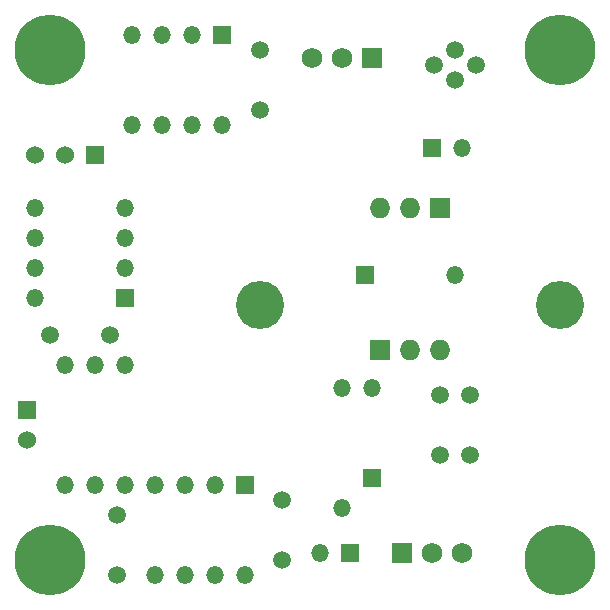
<source format=gts>
G04 (created by PCBNEW (2013-07-07 BZR 4022)-stable) date 4/8/2015 5:18:20 PM*
%MOIN*%
G04 Gerber Fmt 3.4, Leading zero omitted, Abs format*
%FSLAX34Y34*%
G01*
G70*
G90*
G04 APERTURE LIST*
%ADD10C,0.00590551*%
%ADD11R,0.069X0.069*%
%ADD12O,0.069X0.069*%
%ADD13R,0.059X0.059*%
%ADD14O,0.059X0.059*%
%ADD15R,0.06X0.06*%
%ADD16C,0.06*%
%ADD17C,0.059*%
%ADD18C,0.16*%
%ADD19C,0.23622*%
%ADD20C,0.069*%
G04 APERTURE END LIST*
G54D10*
G54D11*
X62250Y-55000D03*
G54D12*
X61250Y-55000D03*
X60250Y-55000D03*
G54D13*
X62000Y-53000D03*
G54D14*
X63000Y-53000D03*
G54D11*
X60250Y-59750D03*
G54D12*
X61250Y-59750D03*
X62250Y-59750D03*
G54D14*
X50750Y-64250D03*
X50750Y-60250D03*
X51750Y-60250D03*
X51750Y-64250D03*
G54D15*
X50750Y-53250D03*
G54D16*
X49750Y-53250D03*
X48750Y-53250D03*
G54D17*
X62750Y-49757D03*
X63438Y-50250D03*
X62061Y-50250D03*
X62750Y-50742D03*
X57000Y-66750D03*
X57000Y-64750D03*
X56250Y-51750D03*
X56250Y-49750D03*
X51250Y-59250D03*
X49250Y-59250D03*
G54D13*
X55750Y-64250D03*
G54D14*
X54750Y-64250D03*
X53750Y-64250D03*
X52750Y-64250D03*
X52750Y-67250D03*
X53750Y-67250D03*
X55750Y-67250D03*
X54750Y-67250D03*
G54D13*
X51750Y-58000D03*
G54D14*
X51750Y-57000D03*
X51750Y-56000D03*
X51750Y-55000D03*
X48750Y-55000D03*
X48750Y-56000D03*
X48750Y-58000D03*
X48750Y-57000D03*
G54D13*
X55000Y-49250D03*
G54D14*
X54000Y-49250D03*
X53000Y-49250D03*
X52000Y-49250D03*
X52000Y-52250D03*
X53000Y-52250D03*
X55000Y-52250D03*
X54000Y-52250D03*
G54D18*
X66250Y-58250D03*
X56250Y-58250D03*
G54D19*
X49250Y-49750D03*
X49250Y-66750D03*
X66250Y-49750D03*
X66250Y-66750D03*
G54D17*
X63250Y-61250D03*
X63250Y-63250D03*
X62250Y-61250D03*
X62250Y-63250D03*
G54D13*
X59250Y-66500D03*
G54D14*
X58250Y-66500D03*
X59000Y-65000D03*
X59000Y-61000D03*
G54D13*
X60000Y-64000D03*
G54D14*
X60000Y-61000D03*
G54D13*
X59750Y-57250D03*
G54D14*
X62750Y-57250D03*
X49750Y-60250D03*
X49750Y-64250D03*
G54D15*
X48500Y-61750D03*
G54D16*
X48500Y-62750D03*
G54D17*
X51500Y-67250D03*
X51500Y-65250D03*
G54D11*
X61000Y-66500D03*
G54D20*
X63000Y-66500D03*
X62000Y-66500D03*
G54D11*
X60000Y-50000D03*
G54D20*
X58000Y-50000D03*
X59000Y-50000D03*
M02*

</source>
